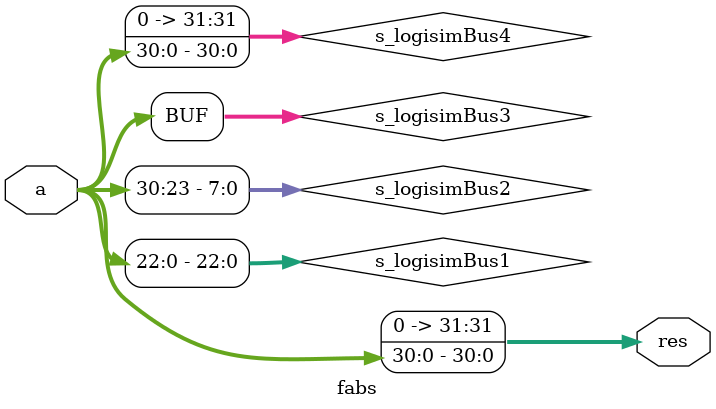
<source format=v>
/******************************************************************************
**
Logisim-evolution
goes
FPGA
automatic
generated
Verilog
code
**
**
https://github.com/logisim-evolution/
**
**
**
**
Component
:
fabs
**
**
**
*****************************************************************************/
module
fabs(
a,
res
);
/*******************************************************************************
**
The
inputs
are
defined
here
**
*******************************************************************************/
input
[31:0]
a;
/*******************************************************************************
**
The
outputs
are
defined
here
**
*******************************************************************************/
output
[31:0]
res;
/*******************************************************************************
**
The
wires
are
defined
here
**
*******************************************************************************/
wire
[22:0]
s_logisimBus1;
wire
[7:0]
s_logisimBus2;
wire
[31:0]
s_logisimBus3;
wire
[31:0]
s_logisimBus4;
wire
s_logisimNet0;
/*******************************************************************************
**
The
module
functionality
is
described
here
**
*******************************************************************************/
/*******************************************************************************
**
Here
all
wiring
is
defined
**
*******************************************************************************/
assign
s_logisimBus1[0]
=
s_logisimBus3[0];
assign
s_logisimBus1[10]
=
s_logisimBus3[10];
assign
s_logisimBus1[11]
=
s_logisimBus3[11];
assign
s_logisimBus1[12]
=
s_logisimBus3[12];
assign
s_logisimBus1[13]
=
s_logisimBus3[13];
assign
s_logisimBus1[14]
=
s_logisimBus3[14];
assign
s_logisimBus1[15]
=
s_logisimBus3[15];
assign
s_logisimBus1[16]
=
s_logisimBus3[16];
assign
s_logisimBus1[17]
=
s_logisimBus3[17];
assign
s_logisimBus1[18]
=
s_logisimBus3[18];
assign
s_logisimBus1[19]
=
s_logisimBus3[19];
assign
s_logisimBus1[1]
=
s_logisimBus3[1];
assign
s_logisimBus1[20]
=
s_logisimBus3[20];
assign
s_logisimBus1[21]
=
s_logisimBus3[21];
assign
s_logisimBus1[22]
=
s_logisimBus3[22];
assign
s_logisimBus1[2]
=
s_logisimBus3[2];
assign
s_logisimBus1[3]
=
s_logisimBus3[3];
assign
s_logisimBus1[4]
=
s_logisimBus3[4];
assign
s_logisimBus1[5]
=
s_logisimBus3[5];
assign
s_logisimBus1[6]
=
s_logisimBus3[6];
assign
s_logisimBus1[7]
=
s_logisimBus3[7];
assign
s_logisimBus1[8]
=
s_logisimBus3[8];
assign
s_logisimBus1[9]
=
s_logisimBus3[9];
assign
s_logisimBus2[0]
=
s_logisimBus3[23];
assign
s_logisimBus2[1]
=
s_logisimBus3[24];
assign
s_logisimBus2[2]
=
s_logisimBus3[25];
assign
s_logisimBus2[3]
=
s_logisimBus3[26];
assign
s_logisimBus2[4]
=
s_logisimBus3[27];
assign
s_logisimBus2[5]
=
s_logisimBus3[28];
assign
s_logisimBus2[6]
=
s_logisimBus3[29];
assign
s_logisimBus2[7]
=
s_logisimBus3[30];
assign
s_logisimBus4[0]
=
s_logisimBus1[0];
assign
s_logisimBus4[10]
=
s_logisimBus1[10];
assign
s_logisimBus4[11]
=
s_logisimBus1[11];
assign
s_logisimBus4[12]
=
s_logisimBus1[12];
assign
s_logisimBus4[13]
=
s_logisimBus1[13];
assign
s_logisimBus4[14]
=
s_logisimBus1[14];
assign
s_logisimBus4[15]
=
s_logisimBus1[15];
assign
s_logisimBus4[16]
=
s_logisimBus1[16];
assign
s_logisimBus4[17]
=
s_logisimBus1[17];
assign
s_logisimBus4[18]
=
s_logisimBus1[18];
assign
s_logisimBus4[19]
=
s_logisimBus1[19];
assign
s_logisimBus4[1]
=
s_logisimBus1[1];
assign
s_logisimBus4[20]
=
s_logisimBus1[20];
assign
s_logisimBus4[21]
=
s_logisimBus1[21];
assign
s_logisimBus4[22]
=
s_logisimBus1[22];
assign
s_logisimBus4[23]
=
s_logisimBus2[0];
assign
s_logisimBus4[24]
=
s_logisimBus2[1];
assign
s_logisimBus4[25]
=
s_logisimBus2[2];
assign
s_logisimBus4[26]
=
s_logisimBus2[3];
assign
s_logisimBus4[27]
=
s_logisimBus2[4];
assign
s_logisimBus4[28]
=
s_logisimBus2[5];
assign
s_logisimBus4[29]
=
s_logisimBus2[6];
assign
s_logisimBus4[2]
=
s_logisimBus1[2];
assign
s_logisimBus4[30]
=
s_logisimBus2[7];
assign
s_logisimBus4[3]
=
s_logisimBus1[3];
assign
s_logisimBus4[4]
=
s_logisimBus1[4];
assign
s_logisimBus4[5]
=
s_logisimBus1[5];
assign
s_logisimBus4[6]
=
s_logisimBus1[6];
assign
s_logisimBus4[7]
=
s_logisimBus1[7];
assign
s_logisimBus4[8]
=
s_logisimBus1[8];
assign
s_logisimBus4[9]
=
s_logisimBus1[9];
/*******************************************************************************
**
Here
all
input
connections
are
defined
**
*******************************************************************************/
assign
s_logisimBus3[31:0]
=
a;
/*******************************************************************************
**
Here
all
output
connections
are
defined
**
*******************************************************************************/
assign
res
=
s_logisimBus4[31:0];
/*******************************************************************************
**
Here
all
in-lined
components
are
defined
**
*******************************************************************************/
assign
s_logisimBus4[31]
=
1'b0;
endmodule
</source>
